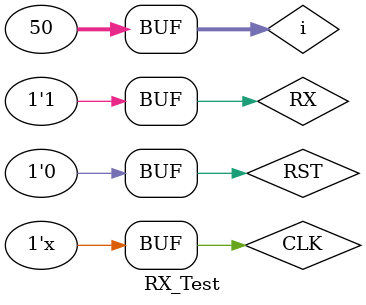
<source format=v>
`timescale 1ns / 1ps


module RX_Test;

	// Inputs
	reg CLK;
	reg RST;
	reg RX;
	
	// Outputs
	wire [7:0] DATA_R;
	
	integer i;
	//wire EN, RC,S,Div_CLK;

	// Instantiate the Unit Under Test (UUT)
	Receiver uut (
		.CLK(CLK), 
		.RST(RST), 
		.RX(RX), 
		.DATA_R(DATA_R)
		
	);

	initial begin
		CLK = 0;
		RST = 1;
		RX = 1;
		
		// Wait 100 ns for global reset to finish
		#100;
		RST=0;
		for ( i=0; i<50;i=i+1)
			begin
				#52082;
				#52082;
							RX<=0;
				#52082;
				#52082;
							RX<=1;
				#52082;
				#52082;
							RX<=1;
				#52082;
				#52082;
							RX<=0;
				#52082;
				#52082;
							RX<=0;
				#52082;
				#52082;
							RX<=1;
				#52082;
				#52082;
							RX<=1;
				#52082;
				#52082;
							RX<=0;
				#52082;
				#52082;
							RX<=0;
				#52082;
				#52082;
							RX<=1;
					/*
				#52082;
				#52082;
			
				
				#52082;
				#52082;
				
				#52082;
				#52082;
				
				#52082;
				#52082;
				#52082;
				#52082;
				*/
				
		// Add stimulus here

	end
	
	for ( i=0; i<50;i=i+1)
			begin
				#52082;
				#52082;
							RX<=0;
				#52082;
				#52082;
							RX<=1;
				#52082;
				#52082;
							RX<=1;
				#52082;
				#52082;
							RX<=1;
				#52082;
				#52082;
							RX<=0;
				#52082;
				#52082;
							RX<=1;
				#52082;
				#52082;
							RX<=1;
				#52082;
				#52082;
							RX<=1;
				#52082;
				#52082;
							RX<=0;
				#52082;
				#52082;
							RX<=1;
				
				/*
				#52082;
				#52082;
				
				
				#52082;
				#52082;
				
				#52082;
				#52082;
				
				#52082;
				#52082;
				#52082;
				#52082;
				*/			
		
		end
	end
	always begin
	#41.667 CLK =~ CLK;
	end
      
endmodule


</source>
